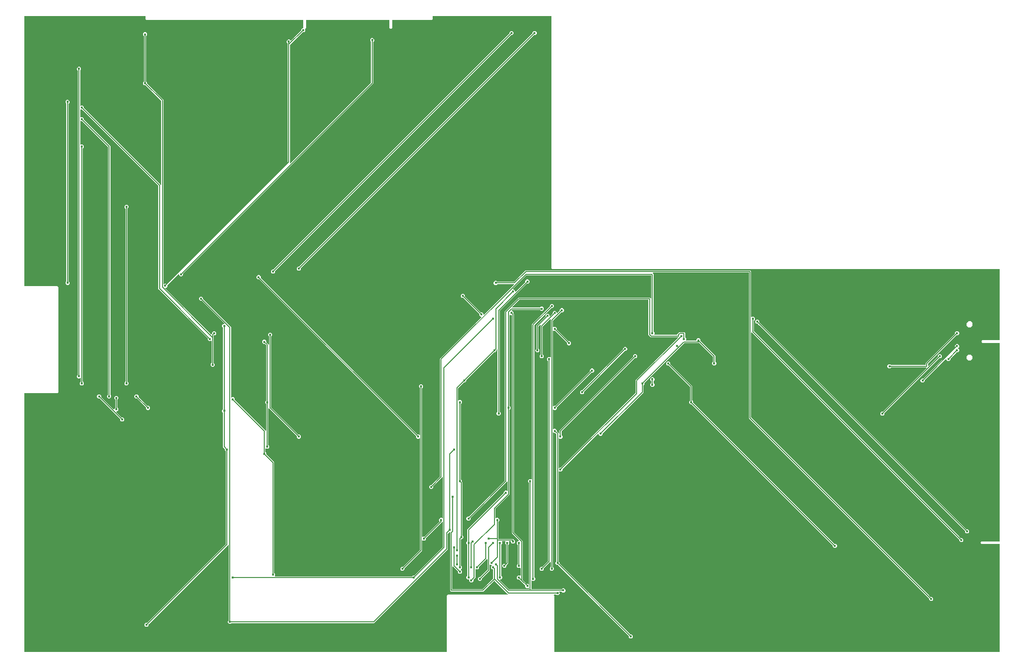
<source format=gbr>
G04 EAGLE Gerber RS-274X export*
G75*
%MOMM*%
%FSLAX34Y34*%
%LPD*%
%INBottom Copper*%
%IPPOS*%
%AMOC8*
5,1,8,0,0,1.08239X$1,22.5*%
G01*
G04 Define Apertures*
%ADD10C,0.127000*%
%ADD11C,0.452400*%
G36*
X737027Y2568D02*
X736730Y2508D01*
X3270Y2508D01*
X2995Y2559D01*
X2740Y2723D01*
X2568Y2973D01*
X2508Y3270D01*
X2508Y452732D01*
X2559Y453007D01*
X2723Y453262D01*
X2973Y453434D01*
X3270Y453494D01*
X59693Y453494D01*
X61311Y455112D01*
X61311Y637900D01*
X59693Y639518D01*
X3270Y639518D01*
X2995Y639569D01*
X2740Y639733D01*
X2568Y639983D01*
X2508Y640280D01*
X2508Y1108730D01*
X2559Y1109005D01*
X2723Y1109260D01*
X2973Y1109432D01*
X3270Y1109492D01*
X212148Y1109492D01*
X212423Y1109441D01*
X212678Y1109277D01*
X212849Y1109027D01*
X212910Y1108730D01*
X212910Y1103961D01*
X214379Y1102492D01*
X486730Y1102492D01*
X487005Y1102441D01*
X487260Y1102277D01*
X487432Y1102027D01*
X487492Y1101730D01*
X487492Y1089294D01*
X487441Y1089019D01*
X487277Y1088764D01*
X487027Y1088592D01*
X486730Y1088532D01*
X486037Y1088532D01*
X483968Y1086463D01*
X483968Y1084478D01*
X483912Y1084192D01*
X483745Y1083939D01*
X466689Y1066883D01*
X466459Y1066725D01*
X466163Y1066660D01*
X465865Y1066716D01*
X465612Y1066883D01*
X463963Y1068532D01*
X461037Y1068532D01*
X458968Y1066463D01*
X458968Y1063537D01*
X460372Y1062133D01*
X460535Y1061892D01*
X460595Y1061594D01*
X460595Y856105D01*
X460539Y855819D01*
X460372Y855566D01*
X248561Y643755D01*
X248320Y643592D01*
X248022Y643532D01*
X246037Y643532D01*
X245706Y643201D01*
X245486Y643048D01*
X245191Y642978D01*
X244892Y643029D01*
X244637Y643192D01*
X244465Y643442D01*
X244405Y643740D01*
X244405Y963289D01*
X216255Y991439D01*
X216092Y991681D01*
X216032Y991978D01*
X216032Y993963D01*
X214628Y995367D01*
X214465Y995608D01*
X214405Y995906D01*
X214405Y1074094D01*
X214461Y1074380D01*
X214628Y1074633D01*
X216032Y1076037D01*
X216032Y1078963D01*
X213963Y1081032D01*
X211037Y1081032D01*
X208968Y1078963D01*
X208968Y1076037D01*
X210372Y1074633D01*
X210535Y1074392D01*
X210595Y1074094D01*
X210595Y995906D01*
X210539Y995620D01*
X210372Y995367D01*
X208968Y993963D01*
X208968Y991037D01*
X211037Y988968D01*
X213022Y988968D01*
X213308Y988912D01*
X213561Y988745D01*
X240372Y961934D01*
X240535Y961693D01*
X240595Y961395D01*
X240595Y816439D01*
X240548Y816175D01*
X240389Y815917D01*
X240141Y815742D01*
X239845Y815677D01*
X239547Y815732D01*
X239294Y815900D01*
X106255Y948939D01*
X106092Y949181D01*
X106032Y949478D01*
X106032Y951463D01*
X103963Y953532D01*
X101037Y953532D01*
X100706Y953201D01*
X100486Y953048D01*
X100191Y952978D01*
X99892Y953029D01*
X99637Y953192D01*
X99465Y953442D01*
X99405Y953740D01*
X99405Y1014094D01*
X99461Y1014380D01*
X99628Y1014633D01*
X101032Y1016037D01*
X101032Y1018963D01*
X98963Y1021032D01*
X96037Y1021032D01*
X93968Y1018963D01*
X93968Y1016037D01*
X95372Y1014633D01*
X95535Y1014392D01*
X95595Y1014094D01*
X95595Y485906D01*
X95539Y485620D01*
X95372Y485367D01*
X93968Y483963D01*
X93968Y481037D01*
X96037Y478968D01*
X98963Y478968D01*
X99294Y479299D01*
X99514Y479452D01*
X99809Y479522D01*
X100108Y479471D01*
X100363Y479308D01*
X100535Y479058D01*
X100595Y478760D01*
X100595Y473406D01*
X100539Y473120D01*
X100372Y472867D01*
X98968Y471463D01*
X98968Y468537D01*
X101037Y466468D01*
X103963Y466468D01*
X106032Y468537D01*
X106032Y471463D01*
X104628Y472867D01*
X104465Y473108D01*
X104405Y473406D01*
X104405Y879094D01*
X104461Y879380D01*
X104628Y879633D01*
X106032Y881037D01*
X106032Y883963D01*
X103963Y886032D01*
X101037Y886032D01*
X100706Y885701D01*
X100486Y885548D01*
X100191Y885478D01*
X99892Y885529D01*
X99637Y885692D01*
X99465Y885942D01*
X99405Y886240D01*
X99405Y926260D01*
X99452Y926524D01*
X99611Y926782D01*
X99859Y926957D01*
X100155Y927022D01*
X100453Y926967D01*
X100706Y926799D01*
X101037Y926468D01*
X103022Y926468D01*
X103308Y926412D01*
X103561Y926245D01*
X147872Y881934D01*
X148035Y881693D01*
X148095Y881395D01*
X148095Y450906D01*
X148039Y450620D01*
X147872Y450367D01*
X146468Y448963D01*
X146468Y446037D01*
X148537Y443968D01*
X151463Y443968D01*
X153532Y446037D01*
X153532Y448963D01*
X152128Y450367D01*
X151965Y450608D01*
X151905Y450906D01*
X151905Y883289D01*
X106255Y928939D01*
X106092Y929181D01*
X106032Y929478D01*
X106032Y931463D01*
X103963Y933532D01*
X101037Y933532D01*
X100706Y933201D01*
X100486Y933048D01*
X100191Y932978D01*
X99892Y933029D01*
X99637Y933192D01*
X99465Y933442D01*
X99405Y933740D01*
X99405Y946260D01*
X99452Y946524D01*
X99611Y946782D01*
X99859Y946957D01*
X100155Y947022D01*
X100453Y946967D01*
X100706Y946799D01*
X101037Y946468D01*
X103022Y946468D01*
X103308Y946412D01*
X103561Y946245D01*
X235372Y814434D01*
X235535Y814193D01*
X235595Y813895D01*
X235595Y634211D01*
X321245Y548561D01*
X321408Y548320D01*
X321468Y548022D01*
X321468Y546037D01*
X323537Y543968D01*
X326463Y543968D01*
X326794Y544299D01*
X327014Y544452D01*
X327309Y544522D01*
X327608Y544471D01*
X327863Y544308D01*
X328035Y544058D01*
X328095Y543760D01*
X328095Y505906D01*
X328039Y505620D01*
X327872Y505367D01*
X326468Y503963D01*
X326468Y501037D01*
X328537Y498968D01*
X331463Y498968D01*
X333532Y501037D01*
X333532Y503963D01*
X332128Y505367D01*
X331965Y505608D01*
X331905Y505906D01*
X331905Y553206D01*
X331956Y553481D01*
X332120Y553736D01*
X332370Y553908D01*
X332667Y553968D01*
X333963Y553968D01*
X336032Y556037D01*
X336032Y558963D01*
X333963Y561032D01*
X331037Y561032D01*
X328968Y558963D01*
X328968Y556978D01*
X328912Y556692D01*
X328745Y556439D01*
X328039Y555733D01*
X327808Y555575D01*
X327512Y555510D01*
X327214Y555565D01*
X326961Y555733D01*
X247527Y635167D01*
X247374Y635387D01*
X247304Y635682D01*
X247355Y635981D01*
X247518Y636236D01*
X247769Y636408D01*
X248066Y636468D01*
X248963Y636468D01*
X251032Y638537D01*
X251032Y640522D01*
X251088Y640808D01*
X251255Y641061D01*
X270167Y659973D01*
X270387Y660126D01*
X270682Y660196D01*
X270981Y660145D01*
X271236Y659982D01*
X271408Y659732D01*
X271468Y659434D01*
X271468Y658537D01*
X273537Y656468D01*
X276463Y656468D01*
X278532Y658537D01*
X278532Y660522D01*
X278588Y660808D01*
X278755Y661061D01*
X609405Y991711D01*
X609405Y1064094D01*
X609461Y1064380D01*
X609628Y1064633D01*
X611032Y1066037D01*
X611032Y1068963D01*
X608963Y1071032D01*
X606037Y1071032D01*
X603968Y1068963D01*
X603968Y1066037D01*
X605372Y1064633D01*
X605535Y1064392D01*
X605595Y1064094D01*
X605595Y993605D01*
X605539Y993319D01*
X605372Y993066D01*
X465706Y853400D01*
X465486Y853247D01*
X465191Y853177D01*
X464892Y853228D01*
X464637Y853391D01*
X464465Y853642D01*
X464405Y853939D01*
X464405Y1058895D01*
X464461Y1059181D01*
X464628Y1059434D01*
X486439Y1081245D01*
X486681Y1081408D01*
X486978Y1081468D01*
X488963Y1081468D01*
X491032Y1083537D01*
X491032Y1086476D01*
X490902Y1086666D01*
X490837Y1086962D01*
X490892Y1087260D01*
X491060Y1087513D01*
X492508Y1088961D01*
X492508Y1101730D01*
X492559Y1102005D01*
X492723Y1102260D01*
X492973Y1102432D01*
X493270Y1102492D01*
X636730Y1102492D01*
X637005Y1102441D01*
X637260Y1102277D01*
X637432Y1102027D01*
X637492Y1101730D01*
X637492Y1088961D01*
X638961Y1087492D01*
X641039Y1087492D01*
X642508Y1088961D01*
X642508Y1101730D01*
X642559Y1102005D01*
X642723Y1102260D01*
X642973Y1102432D01*
X643270Y1102492D01*
X711039Y1102492D01*
X712508Y1103961D01*
X712508Y1108730D01*
X712559Y1109005D01*
X712723Y1109260D01*
X712973Y1109432D01*
X713270Y1109492D01*
X918730Y1109492D01*
X919005Y1109441D01*
X919260Y1109277D01*
X919432Y1109027D01*
X919492Y1108730D01*
X919492Y670961D01*
X920961Y669492D01*
X1698730Y669492D01*
X1699005Y669441D01*
X1699260Y669277D01*
X1699432Y669027D01*
X1699492Y668730D01*
X1699492Y546107D01*
X1699441Y545832D01*
X1699277Y545577D01*
X1699027Y545405D01*
X1698730Y545345D01*
X1668961Y545345D01*
X1667492Y543876D01*
X1667492Y541798D01*
X1668961Y540329D01*
X1698730Y540329D01*
X1699005Y540278D01*
X1699260Y540114D01*
X1699432Y539864D01*
X1699492Y539567D01*
X1699492Y196112D01*
X1699441Y195838D01*
X1699277Y195582D01*
X1699027Y195411D01*
X1698730Y195350D01*
X1667554Y195350D01*
X1666085Y193881D01*
X1666085Y191803D01*
X1667554Y190334D01*
X1698730Y190334D01*
X1699005Y190283D01*
X1699260Y190120D01*
X1699432Y189870D01*
X1699492Y189572D01*
X1699492Y3270D01*
X1699441Y2995D01*
X1699277Y2740D01*
X1699027Y2568D01*
X1698730Y2508D01*
X925270Y2508D01*
X924995Y2559D01*
X924740Y2723D01*
X924568Y2973D01*
X924508Y3270D01*
X924508Y101039D01*
X923753Y101794D01*
X923600Y102014D01*
X923530Y102309D01*
X923581Y102608D01*
X923744Y102863D01*
X923994Y103035D01*
X924291Y103095D01*
X926594Y103095D01*
X926880Y103039D01*
X927133Y102872D01*
X928537Y101468D01*
X931463Y101468D01*
X933532Y103537D01*
X933532Y106463D01*
X933201Y106794D01*
X933048Y107014D01*
X932978Y107309D01*
X933029Y107608D01*
X933192Y107863D01*
X933442Y108035D01*
X933740Y108095D01*
X936594Y108095D01*
X936880Y108039D01*
X937133Y107872D01*
X938537Y106468D01*
X941463Y106468D01*
X943532Y108537D01*
X943532Y111463D01*
X941463Y113532D01*
X938537Y113532D01*
X937133Y112128D01*
X936892Y111965D01*
X936594Y111905D01*
X885167Y111905D01*
X884892Y111956D01*
X884637Y112120D01*
X884465Y112370D01*
X884405Y112667D01*
X884405Y126260D01*
X884452Y126524D01*
X884611Y126782D01*
X884859Y126957D01*
X885155Y127022D01*
X885453Y126967D01*
X885706Y126799D01*
X886037Y126468D01*
X888963Y126468D01*
X891032Y128537D01*
X891032Y131463D01*
X889628Y132867D01*
X889465Y133108D01*
X889405Y133406D01*
X889405Y571395D01*
X889461Y571681D01*
X889628Y571934D01*
X918939Y601245D01*
X919181Y601408D01*
X919478Y601468D01*
X921463Y601468D01*
X923532Y603537D01*
X923532Y606463D01*
X921463Y608532D01*
X918537Y608532D01*
X916468Y606463D01*
X916468Y604478D01*
X916412Y604192D01*
X916245Y603939D01*
X885595Y573289D01*
X885595Y303740D01*
X885548Y303476D01*
X885389Y303218D01*
X885141Y303043D01*
X884845Y302978D01*
X884547Y303033D01*
X884294Y303201D01*
X883963Y303532D01*
X881037Y303532D01*
X878968Y301463D01*
X878968Y298537D01*
X880372Y297133D01*
X880535Y296892D01*
X880595Y296594D01*
X880595Y121240D01*
X880548Y120976D01*
X880389Y120718D01*
X880141Y120543D01*
X879845Y120478D01*
X879547Y120533D01*
X879294Y120701D01*
X878963Y121032D01*
X876978Y121032D01*
X876692Y121088D01*
X876439Y121255D01*
X869628Y128066D01*
X869465Y128308D01*
X869405Y128605D01*
X869405Y195789D01*
X854628Y210566D01*
X854465Y210808D01*
X854405Y211105D01*
X854405Y590789D01*
X853755Y591439D01*
X853592Y591681D01*
X853532Y591978D01*
X853532Y593963D01*
X851463Y596032D01*
X850566Y596032D01*
X850302Y596079D01*
X850044Y596238D01*
X849869Y596486D01*
X849804Y596782D01*
X849859Y597080D01*
X850027Y597333D01*
X850566Y597872D01*
X850808Y598035D01*
X851105Y598095D01*
X899094Y598095D01*
X899380Y598039D01*
X899633Y597872D01*
X901037Y596468D01*
X903963Y596468D01*
X906032Y598537D01*
X906032Y601463D01*
X903963Y603532D01*
X901037Y603532D01*
X899633Y602128D01*
X899392Y601965D01*
X899094Y601905D01*
X851439Y601905D01*
X851175Y601952D01*
X850917Y602111D01*
X850742Y602359D01*
X850677Y602655D01*
X850732Y602953D01*
X850900Y603206D01*
X863066Y615372D01*
X863308Y615535D01*
X863605Y615595D01*
X1087333Y615595D01*
X1087608Y615544D01*
X1087863Y615380D01*
X1088035Y615130D01*
X1088095Y614833D01*
X1088095Y554211D01*
X1091711Y550595D01*
X1138561Y550595D01*
X1138825Y550548D01*
X1139083Y550389D01*
X1139258Y550141D01*
X1139323Y549845D01*
X1139268Y549547D01*
X1139100Y549294D01*
X1065595Y475789D01*
X1065595Y453605D01*
X1065539Y453319D01*
X1065372Y453066D01*
X936061Y323755D01*
X935820Y323592D01*
X935522Y323532D01*
X933537Y323532D01*
X933206Y323201D01*
X932986Y323048D01*
X932691Y322978D01*
X932392Y323029D01*
X932137Y323192D01*
X931965Y323442D01*
X931905Y323740D01*
X931905Y373760D01*
X931952Y374024D01*
X932111Y374282D01*
X932359Y374457D01*
X932655Y374522D01*
X932953Y374467D01*
X933206Y374299D01*
X933537Y373968D01*
X936463Y373968D01*
X938532Y376037D01*
X938532Y378963D01*
X937128Y380367D01*
X936965Y380608D01*
X936905Y380906D01*
X936905Y386395D01*
X936961Y386681D01*
X937128Y386934D01*
X1063939Y513745D01*
X1064181Y513908D01*
X1064478Y513968D01*
X1066463Y513968D01*
X1068532Y516037D01*
X1068532Y518963D01*
X1066463Y521032D01*
X1063537Y521032D01*
X1061468Y518963D01*
X1061468Y516978D01*
X1061412Y516692D01*
X1061245Y516439D01*
X933095Y388289D01*
X933095Y383939D01*
X933048Y383675D01*
X932889Y383417D01*
X932641Y383242D01*
X932345Y383177D01*
X932047Y383232D01*
X931794Y383400D01*
X928755Y386439D01*
X928592Y386681D01*
X928532Y386978D01*
X928532Y388963D01*
X926463Y391032D01*
X923537Y391032D01*
X923206Y390701D01*
X922986Y390548D01*
X922691Y390478D01*
X922392Y390529D01*
X922137Y390692D01*
X921965Y390942D01*
X921905Y391240D01*
X921905Y423760D01*
X921952Y424024D01*
X922111Y424282D01*
X922359Y424457D01*
X922655Y424522D01*
X922953Y424467D01*
X923206Y424299D01*
X923537Y423968D01*
X926463Y423968D01*
X928532Y426037D01*
X928532Y428022D01*
X928588Y428308D01*
X928755Y428561D01*
X988939Y488745D01*
X989181Y488908D01*
X989478Y488968D01*
X991463Y488968D01*
X993532Y491037D01*
X993532Y493963D01*
X991463Y496032D01*
X988537Y496032D01*
X986468Y493963D01*
X986468Y491978D01*
X986412Y491692D01*
X986245Y491439D01*
X926061Y431255D01*
X925820Y431092D01*
X925522Y431032D01*
X923537Y431032D01*
X923206Y430701D01*
X922986Y430548D01*
X922691Y430478D01*
X922392Y430529D01*
X922137Y430692D01*
X921965Y430942D01*
X921905Y431240D01*
X921905Y561260D01*
X921952Y561524D01*
X922111Y561782D01*
X922359Y561957D01*
X922655Y562022D01*
X922953Y561967D01*
X923206Y561799D01*
X923537Y561468D01*
X925522Y561468D01*
X925808Y561412D01*
X926061Y561245D01*
X946245Y541061D01*
X946408Y540820D01*
X946468Y540522D01*
X946468Y538537D01*
X948537Y536468D01*
X951463Y536468D01*
X953532Y538537D01*
X953532Y541463D01*
X951463Y543532D01*
X949478Y543532D01*
X949192Y543588D01*
X948939Y543755D01*
X928755Y563939D01*
X928592Y564181D01*
X928532Y564478D01*
X928532Y566463D01*
X926463Y568532D01*
X923537Y568532D01*
X923206Y568201D01*
X922986Y568048D01*
X922691Y567978D01*
X922392Y568029D01*
X922137Y568192D01*
X921965Y568442D01*
X921905Y568740D01*
X921905Y578895D01*
X921961Y579181D01*
X922128Y579434D01*
X936439Y593745D01*
X936681Y593908D01*
X936978Y593968D01*
X938963Y593968D01*
X941032Y596037D01*
X941032Y598963D01*
X938963Y601032D01*
X936037Y601032D01*
X933968Y598963D01*
X933968Y596978D01*
X933912Y596692D01*
X933745Y596439D01*
X929833Y592527D01*
X929613Y592374D01*
X929318Y592304D01*
X929019Y592355D01*
X928764Y592518D01*
X928592Y592769D01*
X928532Y593066D01*
X928532Y593963D01*
X926463Y596032D01*
X923537Y596032D01*
X921468Y593963D01*
X921468Y591978D01*
X921412Y591692D01*
X921245Y591439D01*
X917333Y587527D01*
X917113Y587374D01*
X916818Y587304D01*
X916519Y587355D01*
X916264Y587518D01*
X916092Y587769D01*
X916032Y588066D01*
X916032Y588963D01*
X913963Y591032D01*
X911037Y591032D01*
X908968Y588963D01*
X908968Y586978D01*
X908912Y586692D01*
X908745Y586439D01*
X893095Y570789D01*
X893095Y530906D01*
X893039Y530620D01*
X892872Y530367D01*
X891468Y528963D01*
X891468Y526037D01*
X893537Y523968D01*
X896463Y523968D01*
X898532Y526037D01*
X898532Y528963D01*
X897128Y530367D01*
X896965Y530608D01*
X896905Y530906D01*
X896905Y568895D01*
X896961Y569181D01*
X897128Y569434D01*
X899294Y571600D01*
X899514Y571753D01*
X899809Y571823D01*
X900108Y571772D01*
X900363Y571609D01*
X900535Y571359D01*
X900595Y571061D01*
X900595Y520906D01*
X900539Y520620D01*
X900372Y520367D01*
X898968Y518963D01*
X898968Y516037D01*
X901037Y513968D01*
X903963Y513968D01*
X906032Y516037D01*
X906032Y518963D01*
X904628Y520367D01*
X904465Y520608D01*
X904405Y520906D01*
X904405Y568895D01*
X904461Y569181D01*
X904628Y569434D01*
X916794Y581600D01*
X917014Y581753D01*
X917309Y581823D01*
X917608Y581772D01*
X917863Y581609D01*
X918035Y581359D01*
X918095Y581061D01*
X918095Y516240D01*
X918048Y515976D01*
X917889Y515718D01*
X917641Y515543D01*
X917345Y515478D01*
X917047Y515533D01*
X916794Y515701D01*
X916463Y516032D01*
X913537Y516032D01*
X911468Y513963D01*
X911468Y511037D01*
X912872Y509633D01*
X913035Y509392D01*
X913095Y509094D01*
X913095Y161105D01*
X913039Y160819D01*
X912872Y160566D01*
X903561Y151255D01*
X903320Y151092D01*
X903022Y151032D01*
X901037Y151032D01*
X898968Y148963D01*
X898968Y146037D01*
X901037Y143968D01*
X903963Y143968D01*
X906032Y146037D01*
X906032Y148022D01*
X906088Y148308D01*
X906255Y148561D01*
X916794Y159100D01*
X917014Y159253D01*
X917309Y159323D01*
X917608Y159272D01*
X917863Y159109D01*
X918035Y158859D01*
X918095Y158561D01*
X918095Y150906D01*
X918039Y150620D01*
X917872Y150367D01*
X916468Y148963D01*
X916468Y146037D01*
X918537Y143968D01*
X921463Y143968D01*
X923532Y146037D01*
X923532Y148963D01*
X922128Y150367D01*
X921965Y150608D01*
X921905Y150906D01*
X921905Y383760D01*
X921952Y384024D01*
X922111Y384282D01*
X922359Y384457D01*
X922655Y384522D01*
X922953Y384467D01*
X923206Y384299D01*
X923537Y383968D01*
X925522Y383968D01*
X925808Y383912D01*
X926061Y383745D01*
X927872Y381934D01*
X928035Y381693D01*
X928095Y381395D01*
X928095Y160906D01*
X928039Y160620D01*
X927872Y160367D01*
X926468Y158963D01*
X926468Y156037D01*
X928537Y153968D01*
X930522Y153968D01*
X930808Y153912D01*
X931061Y153745D01*
X1053745Y31061D01*
X1053908Y30820D01*
X1053968Y30522D01*
X1053968Y28537D01*
X1056037Y26468D01*
X1058963Y26468D01*
X1061032Y28537D01*
X1061032Y31463D01*
X1058963Y33532D01*
X1056978Y33532D01*
X1056692Y33588D01*
X1056439Y33755D01*
X933755Y156439D01*
X933592Y156681D01*
X933532Y156978D01*
X933532Y158963D01*
X932128Y160367D01*
X931965Y160608D01*
X931905Y160906D01*
X931905Y316260D01*
X931952Y316524D01*
X932111Y316782D01*
X932359Y316957D01*
X932655Y317022D01*
X932953Y316967D01*
X933206Y316799D01*
X933537Y316468D01*
X936463Y316468D01*
X938532Y318537D01*
X938532Y320522D01*
X938588Y320808D01*
X938755Y321061D01*
X1000167Y382473D01*
X1000387Y382626D01*
X1000682Y382696D01*
X1000981Y382645D01*
X1001236Y382482D01*
X1001408Y382232D01*
X1001468Y381934D01*
X1001468Y381037D01*
X1003537Y378968D01*
X1006463Y378968D01*
X1008532Y381037D01*
X1008532Y383022D01*
X1008588Y383308D01*
X1008755Y383561D01*
X1079405Y454211D01*
X1079405Y466594D01*
X1079461Y466880D01*
X1079628Y467133D01*
X1081032Y468537D01*
X1081032Y470522D01*
X1081088Y470808D01*
X1081255Y471061D01*
X1150566Y540372D01*
X1150808Y540535D01*
X1151105Y540595D01*
X1175825Y540595D01*
X1175942Y540675D01*
X1176238Y540740D01*
X1176536Y540685D01*
X1176789Y540517D01*
X1200372Y516934D01*
X1200535Y516693D01*
X1200595Y516395D01*
X1200595Y508406D01*
X1200539Y508120D01*
X1200372Y507867D01*
X1198968Y506463D01*
X1198968Y503537D01*
X1201037Y501468D01*
X1203963Y501468D01*
X1206032Y503537D01*
X1206032Y506463D01*
X1204628Y507867D01*
X1204465Y508108D01*
X1204405Y508406D01*
X1204405Y518289D01*
X1178755Y543939D01*
X1178592Y544181D01*
X1178532Y544478D01*
X1178532Y546463D01*
X1176463Y548532D01*
X1173537Y548532D01*
X1171468Y546463D01*
X1171468Y545167D01*
X1171417Y544892D01*
X1171253Y544637D01*
X1171003Y544465D01*
X1170706Y544405D01*
X1153740Y544405D01*
X1153476Y544452D01*
X1153218Y544611D01*
X1153043Y544859D01*
X1152978Y545155D01*
X1153033Y545453D01*
X1153201Y545706D01*
X1153532Y546037D01*
X1153532Y548963D01*
X1152128Y550367D01*
X1151965Y550608D01*
X1151905Y550906D01*
X1151905Y558289D01*
X1150789Y559405D01*
X1141711Y559405D01*
X1138095Y555789D01*
X1138095Y555167D01*
X1138044Y554892D01*
X1137880Y554637D01*
X1137630Y554465D01*
X1137333Y554405D01*
X1098740Y554405D01*
X1098476Y554452D01*
X1098218Y554611D01*
X1098043Y554859D01*
X1097978Y555155D01*
X1098033Y555453D01*
X1098201Y555706D01*
X1098532Y556037D01*
X1098532Y558963D01*
X1097128Y560367D01*
X1096965Y560608D01*
X1096905Y560906D01*
X1096905Y660789D01*
X1095900Y661794D01*
X1095747Y662014D01*
X1095677Y662309D01*
X1095728Y662608D01*
X1095891Y662863D01*
X1096142Y663035D01*
X1096439Y663095D01*
X1262333Y663095D01*
X1262608Y663044D01*
X1262863Y662880D01*
X1263035Y662630D01*
X1263095Y662333D01*
X1263095Y409211D01*
X1576245Y96061D01*
X1576408Y95820D01*
X1576468Y95522D01*
X1576468Y93537D01*
X1578537Y91468D01*
X1581463Y91468D01*
X1583532Y93537D01*
X1583532Y96463D01*
X1581463Y98532D01*
X1579478Y98532D01*
X1579192Y98588D01*
X1578939Y98755D01*
X1267128Y410566D01*
X1266965Y410808D01*
X1266905Y411105D01*
X1266905Y558561D01*
X1266952Y558825D01*
X1267111Y559083D01*
X1267359Y559258D01*
X1267655Y559323D01*
X1267953Y559268D01*
X1268206Y559100D01*
X1628745Y198561D01*
X1628908Y198320D01*
X1628968Y198022D01*
X1628968Y196037D01*
X1631037Y193968D01*
X1633963Y193968D01*
X1636032Y196037D01*
X1636032Y198963D01*
X1633963Y201032D01*
X1631978Y201032D01*
X1631692Y201088D01*
X1631439Y201255D01*
X1272128Y560566D01*
X1271965Y560808D01*
X1271905Y561105D01*
X1271905Y579094D01*
X1271961Y579380D01*
X1272128Y579633D01*
X1273532Y581037D01*
X1273532Y583963D01*
X1271463Y586032D01*
X1268537Y586032D01*
X1268206Y585701D01*
X1267986Y585548D01*
X1267691Y585478D01*
X1267392Y585529D01*
X1267137Y585692D01*
X1266965Y585942D01*
X1266905Y586240D01*
X1266905Y665789D01*
X1265789Y666905D01*
X874211Y666905D01*
X854434Y647128D01*
X854193Y646965D01*
X853895Y646905D01*
X825906Y646905D01*
X825620Y646961D01*
X825367Y647128D01*
X823963Y648532D01*
X821037Y648532D01*
X818968Y646463D01*
X818968Y643537D01*
X821037Y641468D01*
X823963Y641468D01*
X825367Y642872D01*
X825608Y643035D01*
X825906Y643095D01*
X853561Y643095D01*
X853825Y643048D01*
X854083Y642889D01*
X854258Y642641D01*
X854323Y642345D01*
X854268Y642047D01*
X854100Y641794D01*
X802333Y590027D01*
X802113Y589874D01*
X801818Y589804D01*
X801519Y589855D01*
X801264Y590018D01*
X801092Y590269D01*
X801032Y590566D01*
X801032Y591463D01*
X798963Y593532D01*
X796978Y593532D01*
X796692Y593588D01*
X796439Y593755D01*
X768755Y621439D01*
X768592Y621681D01*
X768532Y621978D01*
X768532Y623963D01*
X766463Y626032D01*
X763537Y626032D01*
X761468Y623963D01*
X761468Y621037D01*
X763537Y618968D01*
X765522Y618968D01*
X765808Y618912D01*
X766061Y618745D01*
X793745Y591061D01*
X793908Y590820D01*
X793968Y590522D01*
X793968Y588537D01*
X796037Y586468D01*
X796934Y586468D01*
X797198Y586421D01*
X797456Y586262D01*
X797631Y586014D01*
X797696Y585718D01*
X797641Y585420D01*
X797473Y585167D01*
X725595Y513289D01*
X725595Y308605D01*
X725539Y308319D01*
X725372Y308066D01*
X711061Y293755D01*
X710820Y293592D01*
X710522Y293532D01*
X708537Y293532D01*
X706468Y291463D01*
X706468Y288537D01*
X708537Y286468D01*
X711463Y286468D01*
X713532Y288537D01*
X713532Y290522D01*
X713588Y290808D01*
X713755Y291061D01*
X729294Y306600D01*
X729514Y306753D01*
X729809Y306823D01*
X730108Y306772D01*
X730363Y306609D01*
X730535Y306359D01*
X730595Y306061D01*
X730595Y236240D01*
X730548Y235976D01*
X730389Y235718D01*
X730141Y235543D01*
X729845Y235478D01*
X729547Y235533D01*
X729294Y235701D01*
X728963Y236032D01*
X726037Y236032D01*
X723968Y233963D01*
X723968Y231037D01*
X724367Y230638D01*
X724525Y230408D01*
X724590Y230112D01*
X724534Y229814D01*
X724367Y229561D01*
X698561Y203755D01*
X698320Y203592D01*
X698022Y203532D01*
X696037Y203532D01*
X695706Y203201D01*
X695486Y203048D01*
X695191Y202978D01*
X694892Y203029D01*
X694637Y203192D01*
X694465Y203442D01*
X694405Y203740D01*
X694405Y461594D01*
X694461Y461880D01*
X694628Y462133D01*
X696032Y463537D01*
X696032Y466463D01*
X693963Y468532D01*
X691037Y468532D01*
X688968Y466463D01*
X688968Y463537D01*
X690372Y462133D01*
X690535Y461892D01*
X690595Y461594D01*
X690595Y381240D01*
X690548Y380976D01*
X690389Y380718D01*
X690141Y380543D01*
X689845Y380478D01*
X689547Y380533D01*
X689294Y380701D01*
X688963Y381032D01*
X686978Y381032D01*
X686692Y381088D01*
X686439Y381255D01*
X413755Y653939D01*
X413592Y654181D01*
X413532Y654478D01*
X413532Y656463D01*
X411463Y658532D01*
X408537Y658532D01*
X406468Y656463D01*
X406468Y653537D01*
X408537Y651468D01*
X410522Y651468D01*
X410808Y651412D01*
X411061Y651245D01*
X683745Y378561D01*
X683908Y378320D01*
X683968Y378022D01*
X683968Y376037D01*
X686037Y373968D01*
X688963Y373968D01*
X689294Y374299D01*
X689514Y374452D01*
X689809Y374522D01*
X690108Y374471D01*
X690363Y374308D01*
X690535Y374058D01*
X690595Y373760D01*
X690595Y181105D01*
X690539Y180819D01*
X690372Y180566D01*
X661061Y151255D01*
X660820Y151092D01*
X660522Y151032D01*
X658537Y151032D01*
X656468Y148963D01*
X656468Y146037D01*
X658537Y143968D01*
X661463Y143968D01*
X663532Y146037D01*
X663532Y148022D01*
X663588Y148308D01*
X663755Y148561D01*
X694405Y179211D01*
X694405Y196260D01*
X694452Y196524D01*
X694611Y196782D01*
X694859Y196957D01*
X695155Y197022D01*
X695453Y196967D01*
X695706Y196799D01*
X696037Y196468D01*
X698963Y196468D01*
X701032Y198537D01*
X701032Y200522D01*
X701088Y200808D01*
X701255Y201061D01*
X729294Y229100D01*
X729514Y229253D01*
X729809Y229323D01*
X730108Y229272D01*
X730363Y229109D01*
X730535Y228859D01*
X730595Y228561D01*
X730595Y186105D01*
X730539Y185819D01*
X730372Y185566D01*
X681061Y136255D01*
X680820Y136092D01*
X680522Y136032D01*
X678537Y136032D01*
X677133Y134628D01*
X676892Y134465D01*
X676594Y134405D01*
X438740Y134405D01*
X438476Y134452D01*
X438218Y134611D01*
X438043Y134859D01*
X437978Y135155D01*
X438033Y135453D01*
X438201Y135706D01*
X438532Y136037D01*
X438532Y138963D01*
X437128Y140367D01*
X436965Y140608D01*
X436905Y140906D01*
X436905Y333289D01*
X423755Y346439D01*
X423592Y346681D01*
X423532Y346978D01*
X423532Y348963D01*
X422128Y350367D01*
X421965Y350608D01*
X421905Y350906D01*
X421905Y356260D01*
X421952Y356524D01*
X422111Y356782D01*
X422359Y356957D01*
X422655Y357022D01*
X422953Y356967D01*
X423206Y356799D01*
X423537Y356468D01*
X426463Y356468D01*
X428532Y358537D01*
X428532Y361463D01*
X427128Y362867D01*
X426965Y363108D01*
X426905Y363406D01*
X426905Y426061D01*
X426952Y426325D01*
X427111Y426583D01*
X427359Y426758D01*
X427655Y426823D01*
X427953Y426768D01*
X428206Y426600D01*
X476245Y378561D01*
X476408Y378320D01*
X476468Y378022D01*
X476468Y376037D01*
X478537Y373968D01*
X481463Y373968D01*
X483532Y376037D01*
X483532Y378963D01*
X481463Y381032D01*
X479478Y381032D01*
X479192Y381088D01*
X478939Y381255D01*
X432128Y428066D01*
X431965Y428308D01*
X431905Y428605D01*
X431905Y551594D01*
X431961Y551880D01*
X432128Y552133D01*
X433532Y553537D01*
X433532Y556463D01*
X431463Y558532D01*
X428537Y558532D01*
X426468Y556463D01*
X426468Y553537D01*
X427872Y552133D01*
X428035Y551892D01*
X428095Y551594D01*
X428095Y538939D01*
X428048Y538675D01*
X427889Y538417D01*
X427641Y538242D01*
X427345Y538177D01*
X427047Y538232D01*
X426794Y538400D01*
X423755Y541439D01*
X423592Y541681D01*
X423532Y541978D01*
X423532Y543963D01*
X421463Y546032D01*
X418537Y546032D01*
X416468Y543963D01*
X416468Y541037D01*
X418537Y538968D01*
X420522Y538968D01*
X420808Y538912D01*
X421061Y538745D01*
X422872Y536934D01*
X423035Y536693D01*
X423095Y536395D01*
X423095Y440906D01*
X423039Y440620D01*
X422872Y440367D01*
X421468Y438963D01*
X421468Y436037D01*
X422872Y434633D01*
X423035Y434392D01*
X423095Y434094D01*
X423095Y388939D01*
X423048Y388675D01*
X422889Y388417D01*
X422641Y388242D01*
X422345Y388177D01*
X422047Y388232D01*
X421794Y388400D01*
X368755Y441439D01*
X368592Y441681D01*
X368532Y441978D01*
X368532Y443963D01*
X366463Y446032D01*
X363537Y446032D01*
X363206Y445701D01*
X362986Y445548D01*
X362691Y445478D01*
X362392Y445529D01*
X362137Y445692D01*
X361965Y445942D01*
X361905Y446240D01*
X361905Y568289D01*
X313755Y616439D01*
X313592Y616681D01*
X313532Y616978D01*
X313532Y618963D01*
X311463Y621032D01*
X308537Y621032D01*
X306468Y618963D01*
X306468Y616037D01*
X308537Y613968D01*
X310522Y613968D01*
X310808Y613912D01*
X311061Y613745D01*
X349973Y574833D01*
X350126Y574613D01*
X350196Y574318D01*
X350145Y574019D01*
X349982Y573764D01*
X349732Y573592D01*
X349434Y573532D01*
X348537Y573532D01*
X346468Y571463D01*
X346468Y568537D01*
X347872Y567133D01*
X348035Y566892D01*
X348095Y566594D01*
X348095Y425906D01*
X348039Y425620D01*
X347872Y425367D01*
X346468Y423963D01*
X346468Y421037D01*
X347872Y419633D01*
X348035Y419392D01*
X348095Y419094D01*
X348095Y359211D01*
X351245Y356061D01*
X351408Y355820D01*
X351468Y355522D01*
X351468Y353537D01*
X352872Y352133D01*
X353035Y351892D01*
X353095Y351594D01*
X353095Y191105D01*
X353039Y190819D01*
X352872Y190566D01*
X216061Y53755D01*
X215820Y53592D01*
X215522Y53532D01*
X213537Y53532D01*
X211468Y51463D01*
X211468Y48537D01*
X213537Y46468D01*
X216463Y46468D01*
X218532Y48537D01*
X218532Y50522D01*
X218588Y50808D01*
X218755Y51061D01*
X356794Y189100D01*
X357014Y189253D01*
X357309Y189323D01*
X357608Y189272D01*
X357863Y189109D01*
X358035Y188859D01*
X358095Y188561D01*
X358095Y58406D01*
X358039Y58120D01*
X357872Y57867D01*
X356468Y56463D01*
X356468Y53537D01*
X358537Y51468D01*
X361463Y51468D01*
X362867Y52872D01*
X363108Y53035D01*
X363406Y53095D01*
X610789Y53095D01*
X739405Y181711D01*
X739405Y208895D01*
X739461Y209181D01*
X739628Y209434D01*
X741439Y211245D01*
X741681Y211408D01*
X741978Y211468D01*
X742333Y211468D01*
X742608Y211417D01*
X742863Y211253D01*
X743035Y211003D01*
X743095Y210706D01*
X743095Y109211D01*
X744211Y108095D01*
X800789Y108095D01*
X819461Y126767D01*
X819692Y126925D01*
X819988Y126990D01*
X820286Y126935D01*
X820539Y126767D01*
X843497Y103809D01*
X843650Y103589D01*
X843720Y103294D01*
X843669Y102995D01*
X843506Y102740D01*
X843256Y102568D01*
X842958Y102508D01*
X738961Y102508D01*
X737492Y101039D01*
X737492Y3270D01*
X737441Y2995D01*
X737277Y2740D01*
X737027Y2568D01*
G37*
%LPC*%
G36*
X478537Y666468D02*
X481463Y666468D01*
X483532Y668537D01*
X483532Y670522D01*
X483588Y670808D01*
X483755Y671061D01*
X888939Y1076245D01*
X889181Y1076408D01*
X889478Y1076468D01*
X891463Y1076468D01*
X893532Y1078537D01*
X893532Y1081463D01*
X891463Y1083532D01*
X888537Y1083532D01*
X886468Y1081463D01*
X886468Y1079478D01*
X886412Y1079192D01*
X886245Y1078939D01*
X481061Y673755D01*
X480820Y673592D01*
X480522Y673532D01*
X478537Y673532D01*
X476468Y671463D01*
X476468Y668537D01*
X478537Y666468D01*
G37*
G36*
X433537Y661468D02*
X436463Y661468D01*
X438532Y663537D01*
X438532Y665522D01*
X438588Y665808D01*
X438755Y666061D01*
X848939Y1076245D01*
X849181Y1076408D01*
X849478Y1076468D01*
X851463Y1076468D01*
X853532Y1078537D01*
X853532Y1081463D01*
X851463Y1083532D01*
X848537Y1083532D01*
X846468Y1081463D01*
X846468Y1079478D01*
X846412Y1079192D01*
X846245Y1078939D01*
X436061Y668755D01*
X435820Y668592D01*
X435522Y668532D01*
X433537Y668532D01*
X431468Y666463D01*
X431468Y663537D01*
X433537Y661468D01*
G37*
G36*
X76037Y641468D02*
X78963Y641468D01*
X81032Y643537D01*
X81032Y646463D01*
X79628Y647867D01*
X79465Y648108D01*
X79405Y648406D01*
X79405Y956594D01*
X79461Y956880D01*
X79628Y957133D01*
X81032Y958537D01*
X81032Y961463D01*
X78963Y963532D01*
X76037Y963532D01*
X73968Y961463D01*
X73968Y958537D01*
X75372Y957133D01*
X75535Y956892D01*
X75595Y956594D01*
X75595Y648406D01*
X75539Y648120D01*
X75372Y647867D01*
X73968Y646463D01*
X73968Y643537D01*
X76037Y641468D01*
G37*
G36*
X178537Y466468D02*
X181463Y466468D01*
X183532Y468537D01*
X183532Y471463D01*
X182128Y472867D01*
X181965Y473108D01*
X181905Y473406D01*
X181905Y774094D01*
X181961Y774380D01*
X182128Y774633D01*
X183532Y776037D01*
X183532Y778963D01*
X181463Y781032D01*
X178537Y781032D01*
X176468Y778963D01*
X176468Y776037D01*
X177872Y774633D01*
X178035Y774392D01*
X178095Y774094D01*
X178095Y473406D01*
X178039Y473120D01*
X177872Y472867D01*
X176468Y471463D01*
X176468Y468537D01*
X178537Y466468D01*
G37*
G36*
X1641037Y208968D02*
X1643963Y208968D01*
X1646032Y211037D01*
X1646032Y213963D01*
X1643963Y216032D01*
X1641978Y216032D01*
X1641692Y216088D01*
X1641439Y216255D01*
X1281255Y576439D01*
X1281092Y576681D01*
X1281032Y576978D01*
X1281032Y578963D01*
X1278963Y581032D01*
X1276037Y581032D01*
X1273968Y578963D01*
X1273968Y576037D01*
X1276037Y573968D01*
X1278022Y573968D01*
X1278308Y573912D01*
X1278561Y573745D01*
X1638745Y213561D01*
X1638908Y213320D01*
X1638968Y213022D01*
X1638968Y211037D01*
X1641037Y208968D01*
G37*
G36*
X1644627Y567631D02*
X1648977Y567631D01*
X1652052Y570706D01*
X1652052Y575056D01*
X1648977Y578131D01*
X1644627Y578131D01*
X1641552Y575056D01*
X1641552Y570706D01*
X1644627Y567631D01*
G37*
G36*
X1493537Y413968D02*
X1496463Y413968D01*
X1498532Y416037D01*
X1498532Y418022D01*
X1498588Y418308D01*
X1498755Y418561D01*
X1593939Y513745D01*
X1594181Y513908D01*
X1594478Y513968D01*
X1596463Y513968D01*
X1598532Y516037D01*
X1598532Y518963D01*
X1596463Y521032D01*
X1593537Y521032D01*
X1591468Y518963D01*
X1591468Y516978D01*
X1591412Y516692D01*
X1591245Y516439D01*
X1575706Y500900D01*
X1575486Y500747D01*
X1575191Y500677D01*
X1574892Y500728D01*
X1574637Y500891D01*
X1574465Y501142D01*
X1574405Y501439D01*
X1574405Y503895D01*
X1574461Y504181D01*
X1574628Y504434D01*
X1623939Y553745D01*
X1624181Y553908D01*
X1624478Y553968D01*
X1626463Y553968D01*
X1628532Y556037D01*
X1628532Y558963D01*
X1626463Y561032D01*
X1623537Y561032D01*
X1621468Y558963D01*
X1621468Y556978D01*
X1621412Y556692D01*
X1621245Y556439D01*
X1570595Y505789D01*
X1570595Y502667D01*
X1570544Y502392D01*
X1570380Y502137D01*
X1570130Y501965D01*
X1569833Y501905D01*
X1510906Y501905D01*
X1510620Y501961D01*
X1510367Y502128D01*
X1508963Y503532D01*
X1506037Y503532D01*
X1503968Y501463D01*
X1503968Y498537D01*
X1506037Y496468D01*
X1508963Y496468D01*
X1510367Y497872D01*
X1510608Y498035D01*
X1510906Y498095D01*
X1571061Y498095D01*
X1571325Y498048D01*
X1571583Y497889D01*
X1571758Y497641D01*
X1571823Y497345D01*
X1571768Y497047D01*
X1571600Y496794D01*
X1496061Y421255D01*
X1495820Y421092D01*
X1495522Y421032D01*
X1493537Y421032D01*
X1491468Y418963D01*
X1491468Y416037D01*
X1493537Y413968D01*
G37*
G36*
X1563537Y471468D02*
X1566463Y471468D01*
X1568532Y473537D01*
X1568532Y475522D01*
X1568588Y475808D01*
X1568755Y476061D01*
X1605167Y512473D01*
X1605387Y512626D01*
X1605682Y512696D01*
X1605981Y512645D01*
X1606236Y512482D01*
X1606408Y512232D01*
X1606468Y511934D01*
X1606468Y511037D01*
X1608537Y508968D01*
X1611463Y508968D01*
X1613532Y511037D01*
X1613532Y513022D01*
X1613588Y513308D01*
X1613755Y513561D01*
X1623939Y523745D01*
X1624181Y523908D01*
X1624478Y523968D01*
X1626463Y523968D01*
X1628532Y526037D01*
X1628532Y528963D01*
X1626784Y530711D01*
X1626626Y530942D01*
X1626561Y531238D01*
X1626616Y531536D01*
X1626784Y531789D01*
X1628532Y533537D01*
X1628532Y536463D01*
X1626463Y538532D01*
X1623537Y538532D01*
X1621468Y536463D01*
X1621468Y534478D01*
X1621412Y534192D01*
X1621245Y533939D01*
X1566061Y478755D01*
X1565820Y478592D01*
X1565522Y478532D01*
X1563537Y478532D01*
X1561468Y476463D01*
X1561468Y473537D01*
X1563537Y471468D01*
G37*
G36*
X971037Y451468D02*
X973963Y451468D01*
X976032Y453537D01*
X976032Y455522D01*
X976088Y455808D01*
X976255Y456061D01*
X1046439Y526245D01*
X1046681Y526408D01*
X1046978Y526468D01*
X1048963Y526468D01*
X1051032Y528537D01*
X1051032Y531463D01*
X1048963Y533532D01*
X1046037Y533532D01*
X1043968Y531463D01*
X1043968Y529478D01*
X1043912Y529192D01*
X1043745Y528939D01*
X973561Y458755D01*
X973320Y458592D01*
X973022Y458532D01*
X971037Y458532D01*
X968968Y456463D01*
X968968Y453537D01*
X971037Y451468D01*
G37*
G36*
X1644224Y509832D02*
X1648573Y509832D01*
X1651649Y512908D01*
X1651649Y517257D01*
X1648573Y520332D01*
X1644224Y520332D01*
X1641149Y517257D01*
X1641149Y512908D01*
X1644224Y509832D01*
G37*
G36*
X1411037Y183968D02*
X1413963Y183968D01*
X1416032Y186037D01*
X1416032Y188963D01*
X1413963Y191032D01*
X1411978Y191032D01*
X1411692Y191088D01*
X1411439Y191255D01*
X1166255Y436439D01*
X1166092Y436681D01*
X1166032Y436978D01*
X1166032Y438963D01*
X1164628Y440367D01*
X1164465Y440608D01*
X1164405Y440906D01*
X1164405Y465789D01*
X1126255Y503939D01*
X1126092Y504181D01*
X1126032Y504478D01*
X1126032Y506463D01*
X1123963Y508532D01*
X1121037Y508532D01*
X1118968Y506463D01*
X1118968Y503537D01*
X1121037Y501468D01*
X1123022Y501468D01*
X1123308Y501412D01*
X1123561Y501245D01*
X1160372Y464434D01*
X1160535Y464193D01*
X1160595Y463895D01*
X1160595Y440906D01*
X1160539Y440620D01*
X1160372Y440367D01*
X1158968Y438963D01*
X1158968Y436037D01*
X1161037Y433968D01*
X1163022Y433968D01*
X1163308Y433912D01*
X1163561Y433745D01*
X1408745Y188561D01*
X1408908Y188320D01*
X1408968Y188022D01*
X1408968Y186037D01*
X1411037Y183968D01*
G37*
G36*
X1093537Y463968D02*
X1096463Y463968D01*
X1098532Y466037D01*
X1098532Y468963D01*
X1097128Y470367D01*
X1096965Y470608D01*
X1096905Y470906D01*
X1096905Y474094D01*
X1096961Y474380D01*
X1097128Y474633D01*
X1098532Y476037D01*
X1098532Y478963D01*
X1096463Y481032D01*
X1093537Y481032D01*
X1091468Y478963D01*
X1091468Y476037D01*
X1092872Y474633D01*
X1093035Y474392D01*
X1093095Y474094D01*
X1093095Y470906D01*
X1093039Y470620D01*
X1092872Y470367D01*
X1091468Y468963D01*
X1091468Y466037D01*
X1093537Y463968D01*
G37*
G36*
X216037Y423968D02*
X218963Y423968D01*
X221032Y426037D01*
X221032Y428963D01*
X218963Y431032D01*
X216978Y431032D01*
X216692Y431088D01*
X216439Y431255D01*
X201255Y446439D01*
X201092Y446681D01*
X201032Y446978D01*
X201032Y448963D01*
X198963Y451032D01*
X196037Y451032D01*
X193968Y448963D01*
X193968Y446037D01*
X196037Y443968D01*
X198022Y443968D01*
X198308Y443912D01*
X198561Y443745D01*
X213745Y428561D01*
X213908Y428320D01*
X213968Y428022D01*
X213968Y426037D01*
X216037Y423968D01*
G37*
G36*
X171037Y403968D02*
X173963Y403968D01*
X176032Y406037D01*
X176032Y408963D01*
X173963Y411032D01*
X171978Y411032D01*
X171692Y411088D01*
X171439Y411255D01*
X162527Y420167D01*
X162374Y420387D01*
X162304Y420682D01*
X162355Y420981D01*
X162518Y421236D01*
X162769Y421408D01*
X163066Y421468D01*
X163963Y421468D01*
X166032Y423537D01*
X166032Y426463D01*
X164628Y427867D01*
X164465Y428108D01*
X164405Y428406D01*
X164405Y441594D01*
X164461Y441880D01*
X164628Y442133D01*
X166032Y443537D01*
X166032Y446463D01*
X163963Y448532D01*
X161037Y448532D01*
X158968Y446463D01*
X158968Y443537D01*
X160372Y442133D01*
X160535Y441892D01*
X160595Y441594D01*
X160595Y428406D01*
X160539Y428120D01*
X160372Y427867D01*
X158968Y426463D01*
X158968Y425566D01*
X158921Y425302D01*
X158762Y425044D01*
X158514Y424869D01*
X158218Y424804D01*
X157920Y424859D01*
X157667Y425027D01*
X136255Y446439D01*
X136092Y446681D01*
X136032Y446978D01*
X136032Y448963D01*
X133963Y451032D01*
X131037Y451032D01*
X128968Y448963D01*
X128968Y446037D01*
X131037Y443968D01*
X133022Y443968D01*
X133308Y443912D01*
X133561Y443745D01*
X168745Y408561D01*
X168908Y408320D01*
X168968Y408022D01*
X168968Y406037D01*
X171037Y403968D01*
G37*
%LPD*%
G36*
X799193Y111965D02*
X798895Y111905D01*
X747667Y111905D01*
X747392Y111956D01*
X747137Y112120D01*
X746965Y112370D01*
X746905Y112667D01*
X746905Y151061D01*
X746952Y151325D01*
X747111Y151583D01*
X747359Y151758D01*
X747655Y151823D01*
X747953Y151768D01*
X748206Y151600D01*
X756245Y143561D01*
X756408Y143320D01*
X756468Y143022D01*
X756468Y141037D01*
X758537Y138968D01*
X761463Y138968D01*
X763532Y141037D01*
X763532Y143963D01*
X761784Y145711D01*
X761626Y145942D01*
X761561Y146238D01*
X761616Y146536D01*
X761784Y146789D01*
X763532Y148537D01*
X763532Y151463D01*
X762128Y152867D01*
X761965Y153108D01*
X761905Y153406D01*
X761905Y198206D01*
X761956Y198481D01*
X762120Y198736D01*
X762370Y198908D01*
X762667Y198968D01*
X763963Y198968D01*
X766032Y201037D01*
X766032Y203963D01*
X764628Y205367D01*
X764465Y205608D01*
X764405Y205906D01*
X764405Y298289D01*
X763755Y298939D01*
X763592Y299181D01*
X763532Y299478D01*
X763532Y301463D01*
X762128Y302867D01*
X761965Y303108D01*
X761905Y303406D01*
X761905Y434094D01*
X761961Y434380D01*
X762128Y434633D01*
X763532Y436037D01*
X763532Y438963D01*
X761463Y441032D01*
X758537Y441032D01*
X758206Y440701D01*
X757986Y440548D01*
X757691Y440478D01*
X757392Y440529D01*
X757137Y440692D01*
X756965Y440942D01*
X756905Y441240D01*
X756905Y461395D01*
X756961Y461681D01*
X757128Y461934D01*
X766439Y471245D01*
X766681Y471408D01*
X766978Y471468D01*
X768963Y471468D01*
X771032Y473537D01*
X771032Y475522D01*
X771088Y475808D01*
X771255Y476061D01*
X818939Y523745D01*
X819181Y523908D01*
X819478Y523968D01*
X821463Y523968D01*
X823532Y526037D01*
X823532Y528022D01*
X823588Y528308D01*
X823755Y528561D01*
X824294Y529100D01*
X824514Y529253D01*
X824809Y529323D01*
X825108Y529272D01*
X825363Y529109D01*
X825535Y528859D01*
X825595Y528561D01*
X825595Y420906D01*
X825539Y420620D01*
X825372Y420367D01*
X823968Y418963D01*
X823968Y416037D01*
X826037Y413968D01*
X828963Y413968D01*
X831032Y416037D01*
X831032Y418963D01*
X829628Y420367D01*
X829465Y420608D01*
X829405Y420906D01*
X829405Y596395D01*
X829461Y596681D01*
X829628Y596934D01*
X876439Y643745D01*
X876681Y643908D01*
X876978Y643968D01*
X878963Y643968D01*
X881032Y646037D01*
X881032Y648963D01*
X878963Y651032D01*
X876037Y651032D01*
X873968Y648963D01*
X873968Y646978D01*
X873912Y646692D01*
X873745Y646439D01*
X857333Y630027D01*
X857113Y629874D01*
X856818Y629804D01*
X856519Y629855D01*
X856264Y630018D01*
X856092Y630269D01*
X856032Y630566D01*
X856032Y631463D01*
X853963Y633532D01*
X853066Y633532D01*
X852802Y633579D01*
X852544Y633738D01*
X852369Y633986D01*
X852304Y634282D01*
X852359Y634580D01*
X852527Y634833D01*
X875566Y657872D01*
X875808Y658035D01*
X876105Y658095D01*
X1092333Y658095D01*
X1092608Y658044D01*
X1092863Y657880D01*
X1093035Y657630D01*
X1093095Y657333D01*
X1093095Y618939D01*
X1093048Y618675D01*
X1092889Y618417D01*
X1092641Y618242D01*
X1092345Y618177D01*
X1092047Y618232D01*
X1091794Y618400D01*
X1090789Y619405D01*
X861711Y619405D01*
X838095Y595789D01*
X838095Y301105D01*
X838039Y300819D01*
X837872Y300566D01*
X776061Y238755D01*
X775820Y238592D01*
X775522Y238532D01*
X773537Y238532D01*
X771468Y236463D01*
X771468Y233537D01*
X773537Y231468D01*
X776463Y231468D01*
X778532Y233537D01*
X778532Y235522D01*
X778588Y235808D01*
X778755Y236061D01*
X841794Y299100D01*
X842014Y299253D01*
X842309Y299323D01*
X842608Y299272D01*
X842863Y299109D01*
X843035Y298859D01*
X843095Y298561D01*
X843095Y283740D01*
X843048Y283476D01*
X842889Y283218D01*
X842641Y283043D01*
X842345Y282978D01*
X842047Y283033D01*
X841794Y283201D01*
X841463Y283532D01*
X838537Y283532D01*
X836468Y281463D01*
X836468Y279478D01*
X836412Y279192D01*
X836245Y278939D01*
X773095Y215789D01*
X773095Y195906D01*
X773039Y195620D01*
X772872Y195367D01*
X771468Y193963D01*
X771468Y191037D01*
X772872Y189633D01*
X773035Y189392D01*
X773095Y189094D01*
X773095Y135906D01*
X773039Y135620D01*
X772872Y135367D01*
X771468Y133963D01*
X771468Y131037D01*
X773537Y128968D01*
X775706Y128968D01*
X775981Y128917D01*
X776236Y128753D01*
X776408Y128503D01*
X776468Y128206D01*
X776468Y126037D01*
X778537Y123968D01*
X781463Y123968D01*
X783532Y126037D01*
X783532Y128022D01*
X783588Y128308D01*
X783755Y128561D01*
X786905Y131711D01*
X786905Y146260D01*
X786952Y146524D01*
X787111Y146782D01*
X787359Y146957D01*
X787655Y147022D01*
X787953Y146967D01*
X788206Y146799D01*
X788537Y146468D01*
X791463Y146468D01*
X793532Y148537D01*
X793532Y150522D01*
X793588Y150808D01*
X793755Y151061D01*
X806794Y164100D01*
X807014Y164253D01*
X807309Y164323D01*
X807608Y164272D01*
X807863Y164109D01*
X808035Y163859D01*
X808095Y163561D01*
X808095Y146105D01*
X808039Y145819D01*
X807872Y145566D01*
X796061Y133755D01*
X795820Y133592D01*
X795522Y133532D01*
X793537Y133532D01*
X791468Y131463D01*
X791468Y128537D01*
X793537Y126468D01*
X796463Y126468D01*
X798532Y128537D01*
X798532Y130522D01*
X798588Y130808D01*
X798755Y131061D01*
X811905Y144211D01*
X811905Y153760D01*
X811952Y154024D01*
X812111Y154282D01*
X812359Y154457D01*
X812655Y154522D01*
X812953Y154467D01*
X813206Y154299D01*
X813537Y153968D01*
X814633Y153968D01*
X814897Y153921D01*
X815155Y153762D01*
X815330Y153514D01*
X815395Y153218D01*
X815340Y152920D01*
X815172Y152667D01*
X813968Y151463D01*
X813968Y148537D01*
X816037Y146468D01*
X817333Y146468D01*
X817608Y146417D01*
X817863Y146253D01*
X818035Y146003D01*
X818095Y145706D01*
X818095Y131105D01*
X818039Y130819D01*
X817872Y130566D01*
X799434Y112128D01*
X799193Y111965D01*
G37*
G36*
X880130Y111965D02*
X879833Y111905D01*
X846105Y111905D01*
X845819Y111961D01*
X845566Y112128D01*
X830027Y127667D01*
X829874Y127887D01*
X829804Y128182D01*
X829855Y128481D01*
X830018Y128736D01*
X830269Y128908D01*
X830566Y128968D01*
X831463Y128968D01*
X833532Y131037D01*
X833532Y133963D01*
X832128Y135367D01*
X831965Y135608D01*
X831905Y135906D01*
X831905Y189094D01*
X831961Y189380D01*
X832128Y189633D01*
X833532Y191037D01*
X833532Y193963D01*
X833201Y194294D01*
X833048Y194514D01*
X832978Y194809D01*
X833029Y195108D01*
X833192Y195363D01*
X833442Y195535D01*
X833740Y195595D01*
X838760Y195595D01*
X839024Y195548D01*
X839282Y195389D01*
X839457Y195141D01*
X839522Y194845D01*
X839467Y194547D01*
X839299Y194294D01*
X838968Y193963D01*
X838968Y191037D01*
X840372Y189633D01*
X840535Y189392D01*
X840595Y189094D01*
X840595Y158605D01*
X840539Y158319D01*
X840372Y158066D01*
X838561Y156255D01*
X838320Y156092D01*
X838022Y156032D01*
X836037Y156032D01*
X833968Y153963D01*
X833968Y151037D01*
X836037Y148968D01*
X838963Y148968D01*
X841032Y151037D01*
X841032Y153022D01*
X841088Y153308D01*
X841255Y153561D01*
X844405Y156711D01*
X844405Y189094D01*
X844461Y189380D01*
X844628Y189633D01*
X846032Y191037D01*
X846032Y193963D01*
X845701Y194294D01*
X845548Y194514D01*
X845478Y194809D01*
X845529Y195108D01*
X845692Y195363D01*
X845942Y195535D01*
X846240Y195595D01*
X848206Y195595D01*
X848481Y195544D01*
X848736Y195380D01*
X848908Y195130D01*
X848968Y194833D01*
X848968Y193537D01*
X851037Y191468D01*
X853963Y191468D01*
X856032Y193537D01*
X856032Y196463D01*
X854628Y197867D01*
X854465Y198108D01*
X854435Y198259D01*
X853289Y199405D01*
X827667Y199405D01*
X827392Y199456D01*
X827137Y199620D01*
X826965Y199870D01*
X826905Y200167D01*
X826905Y229094D01*
X826961Y229380D01*
X827128Y229633D01*
X828532Y231037D01*
X828532Y233963D01*
X826463Y236032D01*
X823537Y236032D01*
X823206Y235701D01*
X822986Y235548D01*
X822691Y235478D01*
X822392Y235529D01*
X822137Y235692D01*
X821965Y235942D01*
X821905Y236240D01*
X821905Y251395D01*
X821961Y251681D01*
X822128Y251934D01*
X846905Y276711D01*
X846905Y424094D01*
X846961Y424380D01*
X847128Y424633D01*
X848532Y426037D01*
X848532Y428963D01*
X847128Y430367D01*
X846965Y430608D01*
X846905Y430906D01*
X846905Y588760D01*
X846952Y589024D01*
X847111Y589282D01*
X847359Y589457D01*
X847655Y589522D01*
X847953Y589467D01*
X848206Y589299D01*
X848537Y588968D01*
X849833Y588968D01*
X850108Y588917D01*
X850363Y588753D01*
X850535Y588503D01*
X850595Y588206D01*
X850595Y209211D01*
X862473Y197333D01*
X862626Y197113D01*
X862696Y196818D01*
X862645Y196519D01*
X862482Y196264D01*
X862232Y196092D01*
X861934Y196032D01*
X861037Y196032D01*
X858968Y193963D01*
X858968Y191037D01*
X860372Y189633D01*
X860535Y189392D01*
X860595Y189094D01*
X860595Y155906D01*
X860539Y155620D01*
X860372Y155367D01*
X858968Y153963D01*
X858968Y151037D01*
X861037Y148968D01*
X863963Y148968D01*
X864294Y149299D01*
X864514Y149452D01*
X864809Y149522D01*
X865108Y149471D01*
X865363Y149308D01*
X865535Y149058D01*
X865595Y148760D01*
X865595Y136240D01*
X865548Y135976D01*
X865389Y135718D01*
X865141Y135543D01*
X864845Y135478D01*
X864547Y135533D01*
X864294Y135701D01*
X863963Y136032D01*
X861037Y136032D01*
X858968Y133963D01*
X858968Y131037D01*
X861037Y128968D01*
X863022Y128968D01*
X863308Y128912D01*
X863561Y128745D01*
X873745Y118561D01*
X873908Y118320D01*
X873968Y118022D01*
X873968Y116037D01*
X876037Y113968D01*
X878963Y113968D01*
X879294Y114299D01*
X879514Y114452D01*
X879809Y114522D01*
X880108Y114471D01*
X880363Y114308D01*
X880535Y114058D01*
X880595Y113760D01*
X880595Y112667D01*
X880544Y112392D01*
X880380Y112137D01*
X880130Y111965D01*
G37*
D10*
X897500Y120000D02*
X900000Y117500D01*
X897500Y120000D02*
X897500Y162500D01*
X847500Y162500D02*
X847500Y152500D01*
X802500Y150000D02*
X790000Y137500D01*
X790000Y130000D01*
X780000Y120000D02*
X777500Y117500D01*
X780000Y120000D02*
X790000Y130000D01*
X770000Y245000D02*
X795000Y270000D01*
X770000Y170000D02*
X770000Y130000D01*
X770000Y170000D02*
X770000Y245000D01*
X770000Y130000D02*
X780000Y120000D01*
X795000Y275000D02*
X765000Y305000D01*
X795000Y275000D02*
X795000Y270000D01*
X770000Y170000D02*
X765000Y170000D01*
X765000Y305000D02*
X765000Y460000D01*
X1515000Y477500D02*
X1527500Y465000D01*
X1515000Y477500D02*
X1515000Y482500D01*
D11*
X900000Y117500D03*
X897500Y162500D03*
X847500Y152500D03*
X847500Y162500D03*
X802500Y150000D03*
X777500Y117500D03*
X795000Y270000D03*
X765000Y305000D03*
X765000Y170000D03*
X765000Y460000D03*
X1527500Y465000D03*
X1515000Y482500D03*
D10*
X1495000Y417500D02*
X1595000Y517500D01*
D11*
X1595000Y517500D03*
X1495000Y417500D03*
D10*
X1202500Y517500D02*
X1175000Y545000D01*
X1202500Y517500D02*
X1202500Y505000D01*
X1150000Y542500D02*
X1140000Y532500D01*
X1077500Y470000D01*
X1150000Y542500D02*
X1175000Y542500D01*
X1175000Y545000D01*
X1077500Y455000D02*
X1005000Y382500D01*
X1077500Y455000D02*
X1077500Y470000D01*
X1140000Y532500D02*
X1137500Y535000D01*
D11*
X1175000Y545000D03*
X1202500Y505000D03*
X1077500Y470000D03*
X1005000Y382500D03*
X1137500Y535000D03*
D10*
X1565000Y475000D02*
X1625000Y535000D01*
D11*
X1565000Y475000D03*
X1625000Y535000D03*
D10*
X1572500Y500000D02*
X1507500Y500000D01*
X1572500Y500000D02*
X1572500Y505000D01*
X1625000Y557500D01*
D11*
X1507500Y500000D03*
X1625000Y557500D03*
D10*
X1625000Y527500D02*
X1610000Y512500D01*
D11*
X1610000Y512500D03*
X1625000Y527500D03*
D10*
X1047500Y530000D02*
X972500Y455000D01*
D11*
X1047500Y530000D03*
X972500Y455000D03*
D10*
X1095000Y467500D02*
X1095000Y477500D01*
D11*
X1095000Y467500D03*
X1095000Y477500D03*
D10*
X762500Y202500D02*
X760000Y200000D01*
X760000Y150000D01*
X762500Y297500D02*
X760000Y300000D01*
X762500Y297500D02*
X762500Y202500D01*
X1162500Y437500D02*
X1412500Y187500D01*
X1162500Y465000D02*
X1122500Y505000D01*
X1162500Y465000D02*
X1162500Y437500D01*
X760000Y437500D02*
X760000Y300000D01*
X212500Y992500D02*
X212500Y1077500D01*
X332500Y557500D02*
X330000Y555000D01*
X330000Y550000D02*
X330000Y502500D01*
X330000Y550000D02*
X330000Y555000D01*
X242500Y962500D02*
X212500Y992500D01*
X242500Y962500D02*
X242500Y637500D01*
X330000Y550000D01*
X925000Y565000D02*
X950000Y540000D01*
D11*
X762500Y202500D03*
X760000Y150000D03*
X760000Y300000D03*
X1412500Y187500D03*
X1162500Y437500D03*
X1122500Y505000D03*
X760000Y437500D03*
X212500Y1077500D03*
X212500Y992500D03*
X332500Y557500D03*
X330000Y502500D03*
X950000Y540000D03*
X925000Y565000D03*
D10*
X877500Y647500D02*
X827500Y597500D01*
X827500Y417500D01*
X102500Y470000D02*
X102500Y882500D01*
D11*
X877500Y647500D03*
X827500Y417500D03*
X102500Y882500D03*
X102500Y470000D03*
D10*
X817500Y150000D02*
X820000Y147500D01*
X820000Y130000D01*
X845000Y105000D01*
X930000Y105000D01*
X425000Y537500D02*
X420000Y542500D01*
X425000Y437500D02*
X425000Y360000D01*
X425000Y437500D02*
X425000Y537500D01*
X150000Y882500D02*
X102500Y930000D01*
X150000Y882500D02*
X150000Y447500D01*
X800000Y110000D02*
X820000Y130000D01*
X800000Y110000D02*
X745000Y110000D01*
X745000Y210000D01*
X747500Y212500D01*
X747500Y272500D01*
D11*
X817500Y150000D03*
X930000Y105000D03*
X420000Y542500D03*
X425000Y360000D03*
X425000Y437500D03*
X102500Y930000D03*
X150000Y447500D03*
X747500Y272500D03*
D10*
X355000Y355000D02*
X350000Y360000D01*
X350000Y422500D02*
X350000Y570000D01*
X350000Y422500D02*
X350000Y360000D01*
X925000Y427500D02*
X990000Y492500D01*
X77500Y645000D02*
X77500Y960000D01*
X355000Y190000D02*
X215000Y50000D01*
X355000Y190000D02*
X355000Y355000D01*
D11*
X355000Y355000D03*
X350000Y570000D03*
X990000Y492500D03*
X925000Y427500D03*
X350000Y422500D03*
X77500Y960000D03*
X77500Y645000D03*
X215000Y50000D03*
D10*
X822500Y155000D02*
X825000Y152500D01*
X825000Y130000D01*
X845000Y110000D01*
X882500Y110000D02*
X940000Y110000D01*
X882500Y110000D02*
X845000Y110000D01*
X480000Y377500D02*
X430000Y427500D01*
X430000Y555000D01*
X237500Y815000D02*
X102500Y950000D01*
X237500Y815000D02*
X237500Y635000D01*
X325000Y547500D01*
X882500Y300000D02*
X882500Y110000D01*
D11*
X822500Y155000D03*
X940000Y110000D03*
X480000Y377500D03*
X430000Y555000D03*
X102500Y950000D03*
X325000Y547500D03*
X882500Y300000D03*
D10*
X920000Y580000D02*
X937500Y597500D01*
X920000Y580000D02*
X920000Y147500D01*
D11*
X937500Y597500D03*
X920000Y147500D03*
D10*
X97500Y482500D02*
X97500Y1017500D01*
D11*
X97500Y482500D03*
X97500Y1017500D03*
D10*
X365000Y132500D02*
X680000Y132500D01*
X162500Y425000D02*
X162500Y445000D01*
X732500Y497500D02*
X817500Y582500D01*
X732500Y497500D02*
X732500Y185000D01*
X680000Y132500D01*
D11*
X680000Y132500D03*
X365000Y132500D03*
X162500Y445000D03*
X162500Y425000D03*
X817500Y582500D03*
D10*
X785000Y132500D02*
X780000Y127500D01*
X785000Y132500D02*
X785000Y190000D01*
X820000Y225000D01*
X820000Y252500D01*
X845000Y277500D01*
X845000Y427500D02*
X845000Y595000D01*
X845000Y427500D02*
X845000Y277500D01*
X845000Y595000D02*
X850000Y600000D01*
X902500Y600000D01*
X217500Y427500D02*
X197500Y447500D01*
D11*
X780000Y127500D03*
X902500Y600000D03*
X197500Y447500D03*
X217500Y427500D03*
X845000Y427500D03*
D10*
X867500Y127500D02*
X877500Y117500D01*
X867500Y127500D02*
X862500Y132500D01*
X852500Y590000D02*
X850000Y592500D01*
X852500Y590000D02*
X852500Y210000D01*
X867500Y195000D01*
X867500Y127500D01*
D11*
X862500Y132500D03*
X877500Y117500D03*
X850000Y592500D03*
D10*
X930000Y157500D02*
X1057500Y30000D01*
X172500Y407500D02*
X132500Y447500D01*
X925000Y387500D02*
X930000Y382500D01*
X930000Y157500D01*
D11*
X930000Y157500D03*
X1057500Y30000D03*
X132500Y447500D03*
X172500Y407500D03*
X925000Y387500D03*
D10*
X462500Y855000D02*
X247500Y640000D01*
X462500Y1060000D02*
X462500Y1065000D01*
X462500Y1060000D02*
X462500Y855000D01*
X462500Y1060000D02*
X487500Y1085000D01*
D11*
X247500Y640000D03*
X462500Y1065000D03*
X487500Y1085000D03*
D10*
X180000Y777500D02*
X180000Y470000D01*
D11*
X180000Y777500D03*
X180000Y470000D03*
D10*
X275000Y660000D02*
X607500Y992500D01*
X607500Y1067500D01*
D11*
X275000Y660000D03*
X607500Y1067500D03*
D10*
X890000Y1080000D02*
X480000Y670000D01*
D11*
X480000Y670000D03*
X890000Y1080000D03*
D10*
X850000Y1080000D02*
X435000Y665000D01*
D11*
X435000Y665000D03*
X850000Y1080000D03*
D10*
X765000Y622500D02*
X797500Y590000D01*
D11*
X765000Y622500D03*
X797500Y590000D03*
D10*
X822500Y645000D02*
X855000Y645000D01*
X875000Y665000D01*
X1265000Y665000D01*
X1265000Y410000D01*
X1580000Y95000D01*
D11*
X822500Y645000D03*
X1580000Y95000D03*
D10*
X742500Y215000D02*
X737500Y210000D01*
X737500Y182500D01*
X610000Y55000D01*
X360000Y55000D01*
X935000Y387500D02*
X1065000Y517500D01*
X935000Y387500D02*
X935000Y377500D01*
X750000Y355000D02*
X742500Y347500D01*
X742500Y215000D01*
X360000Y567500D02*
X310000Y617500D01*
X360000Y567500D02*
X360000Y55000D01*
D11*
X742500Y215000D03*
X360000Y55000D03*
X1065000Y517500D03*
X935000Y377500D03*
X750000Y355000D03*
X310000Y617500D03*
D10*
X895000Y570000D02*
X912500Y587500D01*
X895000Y570000D02*
X895000Y527500D01*
X1270000Y560000D02*
X1632500Y197500D01*
X1270000Y560000D02*
X1270000Y582500D01*
D11*
X912500Y587500D03*
X895000Y527500D03*
X1632500Y197500D03*
X1270000Y582500D03*
D10*
X925000Y592500D02*
X902500Y570000D01*
X902500Y517500D01*
X1277500Y577500D02*
X1642500Y212500D01*
D11*
X925000Y592500D03*
X902500Y517500D03*
X1642500Y212500D03*
X1277500Y577500D03*
D10*
X842500Y157500D02*
X837500Y152500D01*
X842500Y157500D02*
X842500Y192500D01*
X687500Y377500D02*
X410000Y655000D01*
D11*
X837500Y152500D03*
X842500Y192500D03*
X410000Y655000D03*
X687500Y377500D03*
D10*
X420000Y387500D02*
X365000Y442500D01*
X420000Y387500D02*
X420000Y347500D01*
X435000Y332500D01*
X435000Y137500D01*
D11*
X365000Y442500D03*
X420000Y347500D03*
X435000Y137500D03*
D10*
X815000Y157500D02*
X825000Y167500D01*
X825000Y200000D02*
X825000Y232500D01*
X825000Y200000D02*
X825000Y197500D01*
X825000Y167500D01*
X825000Y197500D02*
X852500Y197500D01*
X852500Y195000D01*
X825000Y200000D02*
X810000Y200000D01*
D11*
X815000Y157500D03*
X825000Y232500D03*
X852500Y195000D03*
X810000Y200000D03*
D10*
X727500Y230000D02*
X697500Y200000D01*
X727500Y230000D02*
X727500Y232500D01*
D11*
X697500Y200000D03*
X727500Y232500D03*
D10*
X775000Y192500D02*
X775000Y132500D01*
X775000Y215000D02*
X840000Y280000D01*
X775000Y215000D02*
X775000Y192500D01*
D11*
X775000Y132500D03*
X775000Y192500D03*
X840000Y280000D03*
D10*
X805000Y165000D02*
X790000Y150000D01*
X805000Y165000D02*
X805000Y192500D01*
D11*
X790000Y150000D03*
X805000Y192500D03*
D10*
X902500Y147500D02*
X915000Y160000D01*
X915000Y512500D01*
X692500Y180000D02*
X660000Y147500D01*
X692500Y180000D02*
X692500Y465000D01*
D11*
X902500Y147500D03*
X915000Y512500D03*
X660000Y147500D03*
X692500Y465000D03*
D10*
X887500Y572500D02*
X920000Y605000D01*
X887500Y572500D02*
X887500Y130000D01*
D11*
X920000Y605000D03*
X887500Y130000D03*
D10*
X775000Y235000D02*
X840000Y300000D01*
X840000Y595000D01*
X862500Y617500D01*
X1090000Y617500D01*
X1090000Y555000D01*
X1092500Y552500D01*
X1140000Y552500D01*
X1140000Y555000D01*
X1142500Y557500D01*
X1150000Y557500D01*
X1150000Y547500D01*
D11*
X775000Y235000D03*
X1150000Y547500D03*
D10*
X727500Y307500D02*
X710000Y290000D01*
X727500Y307500D02*
X727500Y512500D01*
X875000Y660000D01*
X1095000Y660000D01*
X1095000Y557500D01*
D11*
X710000Y290000D03*
X1095000Y557500D03*
D10*
X1145000Y552500D02*
X1067500Y475000D01*
X1067500Y452500D01*
X935000Y320000D01*
D11*
X1145000Y552500D03*
X935000Y320000D03*
D10*
X862500Y192500D02*
X862500Y152500D01*
D11*
X862500Y152500D03*
X862500Y192500D03*
D10*
X760000Y142500D02*
X750000Y152500D01*
X750000Y185000D01*
D11*
X760000Y142500D03*
X750000Y185000D03*
D10*
X780000Y192500D02*
X780000Y150000D01*
X780000Y192500D02*
X782500Y195000D01*
D11*
X780000Y150000D03*
X782500Y195000D03*
D10*
X755000Y170000D02*
X755000Y155000D01*
D11*
X755000Y155000D03*
X755000Y170000D03*
D10*
X795000Y130000D02*
X810000Y145000D01*
X810000Y185000D01*
X817500Y192500D01*
D11*
X795000Y130000D03*
X817500Y192500D03*
D10*
X830000Y192500D02*
X830000Y132500D01*
D11*
X830000Y132500D03*
X830000Y192500D03*
D10*
X755000Y180000D02*
X755000Y462500D01*
X767500Y475000D01*
X822500Y600000D02*
X852500Y630000D01*
X822500Y600000D02*
X822500Y530000D01*
X820000Y527500D02*
X767500Y475000D01*
X820000Y527500D02*
X822500Y530000D01*
D11*
X755000Y180000D03*
X767500Y475000D03*
X852500Y630000D03*
X820000Y527500D03*
M02*

</source>
